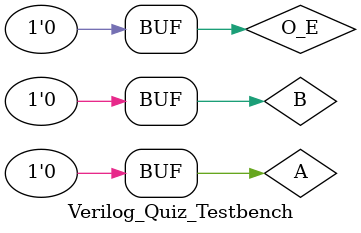
<source format=v>
`timescale 1ns / 1ns

module Verilog_Quiz_Testbench;
reg A,B,O_E;
wire X,Y,Z;

Verilog_Quiz_VHDL DUT(
    .A(A),
    .B(B),
    .O_E(O_E),
    .X(X),
    .Y(Y),
    .Z(Z)
    );
    
initial
    begin: TEST_BLOCK
        //1
        A <= 0;
        B <= 0;
        O_E <= 0;
        #1;
        
        //2
        A <= 1;
        B <= 0;
        O_E <= 0;
        #1;
        
        //3
        A <= 0;
        B <= 1;
        O_E <= 0;
        #1;
        
        //4
        A <= 1;
        B <= 1;
        O_E <= 0;
        #1;
        
        //5
        A <= 0;
        B <= 0;
        O_E <= 1;
        #1;
        
        //6
        A <= 1;
        B <= 0;
        O_E <= 1;
        #1;
        
        //7
        A <= 0;
        B <= 1;
        O_E <= 1;
        #1;
        
        //8
        A <= 1;
        B <= 1;
        O_E <= 1;
        #1;  
    
        A <= 0;
        B <= 0;
        O_E <= 0;
    
    end  
endmodule

</source>
